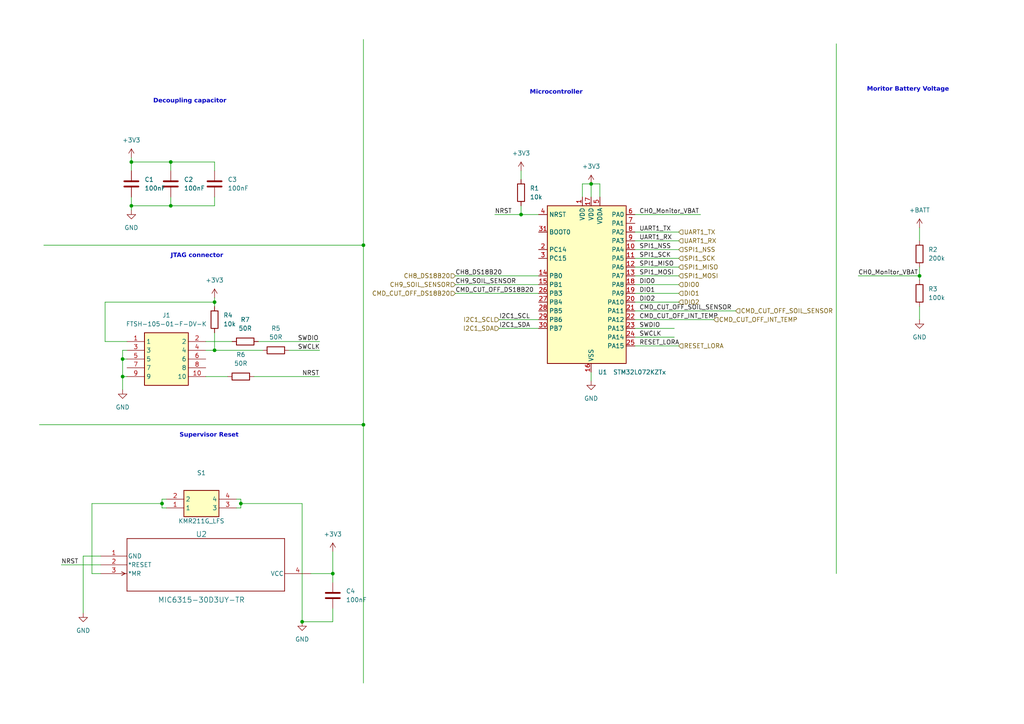
<source format=kicad_sch>
(kicad_sch (version 20230121) (generator eeschema)
  (paper "A4")
  (lib_symbols
    (symbol "2023-06-12_21-38-56:MIC6315-30D3UY-TR" (pin_names (offset 0.254))
      (property "Reference" "U" (at 30.48 10.16 0))
      (property "Value" "MIC6315-30D3UY-TR" (at 30.48 7.62 0))
      (symbol "MIC6315-30D3UY-TR_0_1"
        (polyline (pts (xy 7.0993 -5.08) (xy 6.0579 -5.6007)) (stroke (width 0.2032)))
        (polyline (pts (xy 7.0993 -5.08) (xy 6.0579 -4.5593)) (stroke (width 0.2032)))
        (polyline (pts (xy 7.62 -10.16) (xy 53.34 -10.16)) (stroke (width 0.2032)))
        (polyline (pts (xy 7.62 5.08) (xy 7.62 -10.16)) (stroke (width 0.2032)))
        (polyline (pts (xy 53.34 -10.16) (xy 53.34 5.08)) (stroke (width 0.2032)))
        (polyline (pts (xy 53.34 5.08) (xy 7.62 5.08)) (stroke (width 0.2032)))
        (pin power_in line (at 0 0 0) (length 7.62) (name "GND") (number "1"))
        (pin unspecified line (at 0 -2.54 0) (length 7.62) (name "*RESET") (number "2"))
        (pin input line (at 0 -5.08 0) (length 7.62) (name "*MR") (number "3"))
        (pin power_in line (at 60.96 -5.08 180) (length 7.62) (name "VCC") (number "4"))
      )
    )
    (symbol "Device:C" (pin_numbers hide) (pin_names (offset 0.254))
      (property "Reference" "C" (at 0.635 2.54 0))
      (property "Value" "C" (at 0.635 -2.54 0))
      (symbol "C_0_1"
        (polyline (pts (xy -2.032 -0.762) (xy 2.032 -0.762)) (stroke (width 0.508)))
        (polyline (pts (xy -2.032 0.762) (xy 2.032 0.762)) (stroke (width 0.508)))
      )
      (symbol "C_1_1"
        (pin passive line (at 0 3.81 270) (length 2.794) (name "~") (number "1"))
        (pin passive line (at 0 -3.81 90) (length 2.794) (name "~") (number "2"))
      )
    )
    (symbol "Device:R" (pin_numbers hide) (pin_names (offset 0))
      (property "Reference" "R" (at 2.032 0 90))
      (property "Value" "R" (at 0 0 90))
      (symbol "R_0_1"
        (rectangle (start -1.016 -2.54) (end 1.016 2.54) (stroke (width 0.254)))
      )
      (symbol "R_1_1"
        (pin passive line (at 0 3.81 270) (length 1.27) (name "~") (number "1"))
        (pin passive line (at 0 -3.81 90) (length 1.27) (name "~") (number "2"))
      )
    )
    (symbol "FTSH-105-01-F-DV-K:FTSH-105-01-F-DV-K"
      (property "Reference" "J" (at 19.05 7.62 0))
      (property "Value" "FTSH-105-01-F-DV-K" (at 19.05 5.08 0))
      (symbol "FTSH-105-01-F-DV-K_1_1"
        (rectangle (start 5.08 2.54) (end 17.78 -12.7) (stroke (width 0.254)) (fill (type background)))
        (pin passive line (at 0 0 0) (length 5.08) (name "1") (number "1"))
        (pin passive line (at 22.86 -10.16 180) (length 5.08) (name "10") (number "10"))
        (pin passive line (at 22.86 0 180) (length 5.08) (name "2") (number "2"))
        (pin passive line (at 0 -2.54 0) (length 5.08) (name "3") (number "3"))
        (pin passive line (at 22.86 -2.54 180) (length 5.08) (name "4") (number "4"))
        (pin passive line (at 0 -5.08 0) (length 5.08) (name "5") (number "5"))
        (pin passive line (at 22.86 -5.08 180) (length 5.08) (name "6") (number "6"))
        (pin passive line (at 0 -7.62 0) (length 5.08) (name "7") (number "7"))
        (pin passive line (at 22.86 -7.62 180) (length 5.08) (name "8") (number "8"))
        (pin passive line (at 0 -10.16 0) (length 5.08) (name "9") (number "9"))
      )
    )
    (symbol "KMR211G_LFS:KMR211G_LFS"
      (property "Reference" "S" (at 16.51 7.62 0))
      (property "Value" "KMR211G_LFS" (at 16.51 5.08 0))
      (symbol "KMR211G_LFS_1_1"
        (rectangle (start 5.08 2.54) (end 15.24 -5.08) (stroke (width 0.254)) (fill (type background)))
        (pin passive line (at 0 -2.54 0) (length 5.08) (name "1") (number "1"))
        (pin passive line (at 0 0 0) (length 5.08) (name "2") (number "2"))
        (pin passive line (at 20.32 -2.54 180) (length 5.08) (name "3") (number "3"))
        (pin passive line (at 20.32 0 180) (length 5.08) (name "4") (number "4"))
      )
    )
    (symbol "MCU_ST_STM32L0:STM32L072KZTx"
      (property "Reference" "U" (at -10.16 24.13 0))
      (property "Value" "STM32L072KZTx" (at 7.62 24.13 0))
      (symbol "STM32L072KZTx_0_1"
        (rectangle (start -10.16 -22.86) (end 12.7 22.86) (stroke (width 0.254)) (fill (type background)))
      )
      (symbol "STM32L072KZTx_1_1"
        (pin power_in line (at 0 25.4 270) (length 2.54) (name "VDD") (number "1"))
        (pin bidirectional line (at 15.24 10.16 180) (length 2.54) (name "PA4") (number "10"))
        (pin bidirectional line (at 15.24 7.62 180) (length 2.54) (name "PA5") (number "11"))
        (pin bidirectional line (at 15.24 5.08 180) (length 2.54) (name "PA6") (number "12"))
        (pin bidirectional line (at 15.24 2.54 180) (length 2.54) (name "PA7") (number "13"))
        (pin bidirectional line (at -12.7 2.54 0) (length 2.54) (name "PB0") (number "14"))
        (pin bidirectional line (at -12.7 0 0) (length 2.54) (name "PB1") (number "15"))
        (pin power_in line (at 2.54 -25.4 90) (length 2.54) (name "VSS") (number "16"))
        (pin power_in line (at 2.54 25.4 270) (length 2.54) (name "VDD") (number "17"))
        (pin bidirectional line (at 15.24 0 180) (length 2.54) (name "PA8") (number "18"))
        (pin bidirectional line (at 15.24 -2.54 180) (length 2.54) (name "PA9") (number "19"))
        (pin bidirectional line (at -12.7 10.16 0) (length 2.54) (name "PC14") (number "2"))
        (pin bidirectional line (at 15.24 -5.08 180) (length 2.54) (name "PA10") (number "20"))
        (pin bidirectional line (at 15.24 -7.62 180) (length 2.54) (name "PA11") (number "21"))
        (pin bidirectional line (at 15.24 -10.16 180) (length 2.54) (name "PA12") (number "22"))
        (pin bidirectional line (at 15.24 -12.7 180) (length 2.54) (name "PA13") (number "23"))
        (pin bidirectional line (at 15.24 -15.24 180) (length 2.54) (name "PA14") (number "24"))
        (pin bidirectional line (at 15.24 -17.78 180) (length 2.54) (name "PA15") (number "25"))
        (pin bidirectional line (at -12.7 -2.54 0) (length 2.54) (name "PB3") (number "26"))
        (pin bidirectional line (at -12.7 -5.08 0) (length 2.54) (name "PB4") (number "27"))
        (pin bidirectional line (at -12.7 -7.62 0) (length 2.54) (name "PB5") (number "28"))
        (pin bidirectional line (at -12.7 -10.16 0) (length 2.54) (name "PB6") (number "29"))
        (pin bidirectional line (at -12.7 7.62 0) (length 2.54) (name "PC15") (number "3"))
        (pin bidirectional line (at -12.7 -12.7 0) (length 2.54) (name "PB7") (number "30"))
        (pin input line (at -12.7 15.24 0) (length 2.54) (name "BOOT0") (number "31"))
        (pin passive line (at 2.54 -25.4 90) (length 2.54) hide (name "VSS") (number "32"))
        (pin input line (at -12.7 20.32 0) (length 2.54) (name "NRST") (number "4"))
        (pin power_in line (at 5.08 25.4 270) (length 2.54) (name "VDDA") (number "5"))
        (pin bidirectional line (at 15.24 20.32 180) (length 2.54) (name "PA0") (number "6"))
        (pin bidirectional line (at 15.24 17.78 180) (length 2.54) (name "PA1") (number "7"))
        (pin bidirectional line (at 15.24 15.24 180) (length 2.54) (name "PA2") (number "8"))
        (pin bidirectional line (at 15.24 12.7 180) (length 2.54) (name "PA3") (number "9"))
      )
    )
    (symbol "power:+3V3" (power) (pin_names (offset 0))
      (property "Value" "+3V3" (at 0 3.556 0))
      (symbol "+3V3_0_1"
        (polyline (pts (xy -0.762 1.27) (xy 0 2.54)))
        (polyline (pts (xy 0 0) (xy 0 2.54)))
        (polyline (pts (xy 0 2.54) (xy 0.762 1.27)))
      )
      (symbol "+3V3_1_1"
        (pin power_in line (at 0 0 90) (length 0) hide (name "+3V3") (number "1"))
      )
    )
    (symbol "power:+BATT" (power) (pin_names (offset 0))
      (property "Value" "+BATT" (at 0 3.556 0))
      (symbol "+BATT_0_1"
        (polyline (pts (xy -0.762 1.27) (xy 0 2.54)))
        (polyline (pts (xy 0 0) (xy 0 2.54)))
        (polyline (pts (xy 0 2.54) (xy 0.762 1.27)))
      )
      (symbol "+BATT_1_1"
        (pin power_in line (at 0 0 90) (length 0) hide (name "+BATT") (number "1"))
      )
    )
    (symbol "power:GND" (power) (pin_names (offset 0))
      (property "Value" "GND" (at 0 -3.81 0))
      (symbol "GND_0_1"
        (polyline (pts (xy 0 0) (xy 0 -1.27) (xy 1.27 -1.27) (xy 0 -2.54) (xy -1.27 -1.27) (xy 0 -1.27)))
      )
      (symbol "GND_1_1"
        (pin power_in line (at 0 0 270) (length 0) hide (name "GND") (number "1"))
      )
    )
  )
  (junction (at 49.53 46.99))
  (junction (at 171.45 53.34))
  (junction (at 69.85 146.05))
  (junction (at 35.56 109.22))
  (junction (at 266.7 80.01))
  (junction (at 105.41 71.12))
  (junction (at 38.1 59.69))
  (junction (at 151.13 62.23))
  (junction (at 62.23 87.63))
  (junction (at 38.1 46.99))
  (junction (at 62.23 101.6))
  (junction (at 35.56 104.14))
  (junction (at 46.99 146.05))
  (junction (at 49.53 59.69))
  (junction (at 96.52 166.37))
  (junction (at 87.63 180.34))
  (junction (at 105.41 123.19))
  (wire (pts (xy 62.23 46.99) (xy 49.53 46.99)))
  (wire (pts (xy 105.41 71.12) (xy 105.41 123.19)))
  (wire (pts (xy 168.91 53.34) (xy 168.91 57.15)))
  (wire (pts (xy 184.15 92.71) (xy 207.01 92.71)))
  (wire (pts (xy 69.85 146.05) (xy 69.85 144.78)))
  (wire (pts (xy 11.43 123.19) (xy 105.41 123.19)))
  (wire (pts (xy 29.21 161.29) (xy 24.13 161.29)))
  (wire (pts (xy 48.26 147.32) (xy 46.99 147.32)))
  (wire (pts (xy 132.08 85.09) (xy 156.21 85.09)))
  (wire (pts (xy 87.63 180.34) (xy 87.63 146.05)))
  (wire (pts (xy 184.15 80.01) (xy 196.85 80.01)))
  (wire (pts (xy 248.92 80.01) (xy 266.7 80.01)))
  (wire (pts (xy 184.15 97.79) (xy 195.58 97.79)))
  (wire (pts (xy 151.13 59.69) (xy 151.13 62.23)))
  (wire (pts (xy 184.15 87.63) (xy 196.85 87.63)))
  (wire (pts (xy 184.15 90.17) (xy 213.36 90.17)))
  (wire (pts (xy 62.23 59.69) (xy 49.53 59.69)))
  (wire (pts (xy 96.52 160.02) (xy 96.52 166.37)))
  (wire (pts (xy 184.15 72.39) (xy 196.85 72.39)))
  (wire (pts (xy 38.1 46.99) (xy 38.1 49.53)))
  (wire (pts (xy 69.85 146.05) (xy 87.63 146.05)))
  (wire (pts (xy 74.93 99.06) (xy 92.71 99.06)))
  (wire (pts (xy 151.13 62.23) (xy 156.21 62.23)))
  (wire (pts (xy 173.99 53.34) (xy 171.45 53.34)))
  (wire (pts (xy 49.53 59.69) (xy 38.1 59.69)))
  (wire (pts (xy 143.51 62.23) (xy 151.13 62.23)))
  (wire (pts (xy 62.23 101.6) (xy 76.2 101.6)))
  (wire (pts (xy 38.1 46.99) (xy 38.1 45.72)))
  (wire (pts (xy 184.15 100.33) (xy 196.85 100.33)))
  (wire (pts (xy 184.15 95.25) (xy 195.58 95.25)))
  (wire (pts (xy 62.23 96.52) (xy 62.23 101.6)))
  (wire (pts (xy 62.23 87.63) (xy 62.23 88.9)))
  (wire (pts (xy 62.23 49.53) (xy 62.23 46.99)))
  (wire (pts (xy 49.53 57.15) (xy 49.53 59.69)))
  (wire (pts (xy 59.69 99.06) (xy 67.31 99.06)))
  (wire (pts (xy 171.45 53.34) (xy 168.91 53.34)))
  (wire (pts (xy 266.7 88.9) (xy 266.7 92.71)))
  (wire (pts (xy 69.85 144.78) (xy 68.58 144.78)))
  (wire (pts (xy 266.7 77.47) (xy 266.7 80.01)))
  (wire (pts (xy 26.67 146.05) (xy 46.99 146.05)))
  (wire (pts (xy 171.45 107.95) (xy 171.45 110.49)))
  (wire (pts (xy 96.52 180.34) (xy 87.63 180.34)))
  (wire (pts (xy 38.1 59.69) (xy 38.1 60.96)))
  (wire (pts (xy 184.15 62.23) (xy 203.2 62.23)))
  (wire (pts (xy 17.78 163.83) (xy 29.21 163.83)))
  (wire (pts (xy 49.53 46.99) (xy 38.1 46.99)))
  (wire (pts (xy 184.15 69.85) (xy 196.85 69.85)))
  (wire (pts (xy 184.15 77.47) (xy 196.85 77.47)))
  (wire (pts (xy 266.7 80.01) (xy 266.7 81.28)))
  (wire (pts (xy 132.08 82.55) (xy 156.21 82.55)))
  (wire (pts (xy 62.23 101.6) (xy 59.69 101.6)))
  (wire (pts (xy 184.15 74.93) (xy 196.85 74.93)))
  (wire (pts (xy 30.48 99.06) (xy 30.48 87.63)))
  (wire (pts (xy 105.41 11.43) (xy 105.41 71.12)))
  (wire (pts (xy 68.58 147.32) (xy 69.85 147.32)))
  (wire (pts (xy 38.1 57.15) (xy 38.1 59.69)))
  (wire (pts (xy 62.23 57.15) (xy 62.23 59.69)))
  (wire (pts (xy 46.99 144.78) (xy 48.26 144.78)))
  (wire (pts (xy 35.56 113.03) (xy 35.56 109.22)))
  (wire (pts (xy 35.56 104.14) (xy 36.83 104.14)))
  (wire (pts (xy 46.99 147.32) (xy 46.99 146.05)))
  (wire (pts (xy 184.15 67.31) (xy 196.85 67.31)))
  (wire (pts (xy 242.57 12.7) (xy 242.57 166.37)))
  (wire (pts (xy 69.85 146.05) (xy 69.85 147.32)))
  (wire (pts (xy 96.52 166.37) (xy 96.52 168.91)))
  (wire (pts (xy 12.7 71.12) (xy 105.41 71.12)))
  (wire (pts (xy 151.13 49.53) (xy 151.13 52.07)))
  (wire (pts (xy 59.69 109.22) (xy 66.04 109.22)))
  (wire (pts (xy 24.13 161.29) (xy 24.13 177.8)))
  (wire (pts (xy 62.23 87.63) (xy 62.23 86.36)))
  (wire (pts (xy 171.45 53.34) (xy 171.45 57.15)))
  (wire (pts (xy 184.15 85.09) (xy 196.85 85.09)))
  (wire (pts (xy 96.52 176.53) (xy 96.52 180.34)))
  (wire (pts (xy 36.83 109.22) (xy 35.56 109.22)))
  (wire (pts (xy 29.21 166.37) (xy 26.67 166.37)))
  (wire (pts (xy 266.7 66.04) (xy 266.7 69.85)))
  (wire (pts (xy 83.82 101.6) (xy 92.71 101.6)))
  (wire (pts (xy 132.08 80.01) (xy 156.21 80.01)))
  (wire (pts (xy 35.56 104.14) (xy 35.56 109.22)))
  (wire (pts (xy 36.83 101.6) (xy 35.56 101.6)))
  (wire (pts (xy 144.78 92.71) (xy 156.21 92.71)))
  (wire (pts (xy 30.48 87.63) (xy 62.23 87.63)))
  (wire (pts (xy 144.78 95.25) (xy 156.21 95.25)))
  (wire (pts (xy 35.56 101.6) (xy 35.56 104.14)))
  (wire (pts (xy 49.53 46.99) (xy 49.53 49.53)))
  (wire (pts (xy 173.99 57.15) (xy 173.99 53.34)))
  (wire (pts (xy 36.83 99.06) (xy 30.48 99.06)))
  (wire (pts (xy 46.99 146.05) (xy 46.99 144.78)))
  (wire (pts (xy 105.41 123.19) (xy 105.41 198.12)))
  (wire (pts (xy 184.15 82.55) (xy 196.85 82.55)))
  (wire (pts (xy 73.66 109.22) (xy 92.71 109.22)))
  (wire (pts (xy 90.17 166.37) (xy 96.52 166.37)))
  (wire (pts (xy 26.67 146.05) (xy 26.67 166.37)))
  (text "Supervisor Reset\n\n" (at 52.07 129.54 0) (effects (font (size 1.27 1.27) (thickness 0.254) bold) (justify left bottom)))
  (text "JTAG connector\n\n" (at 49.53 77.47 0) (effects (font (size 1.27 1.27) (thickness 0.254) bold) (justify left bottom)))
  (text "Microcontroller \n" (at 153.67 27.94 0) (effects (font (size 1.27 1.27) (thickness 0.254) bold) (justify left bottom)))
  (text "Moritor Battery Voltage\n\n" (at 251.46 29.21 0) (effects (font (size 1.27 1.27) (thickness 0.254) bold) (justify left bottom)))
  (text "Decoupling capacitor\n" (at 44.45 30.48 0) (effects (font (size 1.27 1.27) (thickness 0.254) bold) (justify left bottom)))
  (label "SWDIO" (at 86.36 99.06 0))
  (label "SPI1_NSS" (at 185.42 72.39 0))
  (label "SPI1_SCK" (at 185.42 74.93 0))
  (label "NRST" (at 17.78 163.83 0))
  (label "CH0_Monitor_VBAT" (at 248.92 80.01 0))
  (label "NRST" (at 143.51 62.23 0))
  (label "SPI1_MISO" (at 185.42 77.47 0))
  (label "SWCLK" (at 86.36 101.6 0))
  (label "DIO0" (at 185.42 82.55 0))
  (label "SWDIO" (at 185.42 95.25 0))
  (label "SPI1_MOSI" (at 185.42 80.01 0))
  (label "DIO2" (at 185.42 87.63 0))
  (label "CH0_Monitor_VBAT" (at 185.42 62.23 0))
  (label "I2C1_SDA" (at 144.78 95.25 0))
  (label "I2C1_SCL" (at 144.78 92.71 0))
  (label "NRST" (at 87.63 109.22 0))
  (label "CMD_CUT_OFF_INT_TEMP" (at 185.42 92.71 0))
  (label "CMD_CUT_OFF_DS18B20" (at 132.08 85.09 0))
  (label "UART1_RX" (at 185.42 69.85 0))
  (label "CH8_DS18B20" (at 132.08 80.01 0))
  (label "CMD_CUT_OFF_SOIL_SENSOR" (at 185.42 90.17 0))
  (label "CH9_SOIL_SENSOR" (at 132.08 82.55 0))
  (label "RESET_LORA" (at 185.42 100.33 0))
  (label "SWCLK" (at 185.42 97.79 0))
  (label "DIO1" (at 185.42 85.09 0))
  (label "UART1_TX" (at 185.42 67.31 0))
  (hierarchical_label "CH9_SOIL_SENSOR" (shape input) (at 132.08 82.55 180))
  (hierarchical_label "CMD_CUT_OFF_INT_TEMP" (shape input) (at 207.01 92.71 0))
  (hierarchical_label "I2C1_SDA" (shape input) (at 144.78 95.25 180))
  (hierarchical_label "UART1_TX" (shape input) (at 196.85 67.31 0))
  (hierarchical_label "SPI1_SCK" (shape input) (at 196.85 74.93 0))
  (hierarchical_label "SPI1_MISO" (shape input) (at 196.85 77.47 0))
  (hierarchical_label "DIO1" (shape input) (at 196.85 85.09 0))
  (hierarchical_label "DIO2" (shape input) (at 196.85 87.63 0))
  (hierarchical_label "CH8_DS18B20" (shape input) (at 132.08 80.01 180))
  (hierarchical_label "SPI1_MOSI" (shape input) (at 196.85 80.01 0))
  (hierarchical_label "UART1_RX" (shape input) (at 196.85 69.85 0))
  (hierarchical_label "I2C1_SCL" (shape input) (at 144.78 92.71 180))
  (hierarchical_label "CMD_CUT_OFF_DS18B20" (shape input) (at 132.08 85.09 180))
  (hierarchical_label "DIO0" (shape input) (at 196.85 82.55 0))
  (hierarchical_label "SPI1_NSS" (shape input) (at 196.85 72.39 0))
  (hierarchical_label "RESET_LORA" (shape input) (at 196.85 100.33 0))
  (hierarchical_label "CMD_CUT_OFF_SOIL_SENSOR" (shape input) (at 213.36 90.17 0))
  (symbol (lib_id "Device:R") (at 151.13 55.88 0) (unit 1)
    (property "Reference" "R1" (at 153.67 54.61 0) (effects (justify left)))
    (property "Value" "10k" (at 153.67 57.15 0) (effects (justify left)))
    (property "Footprint" "Resistor_SMD:R_0603_1608Metric" (effects hide))
  )
  (symbol (lib_id "Device:R") (at 266.7 85.09 0) (unit 1)
    (property "Reference" "R3" (at 269.24 83.82 0) (effects (justify left)))
    (property "Value" "100k" (at 269.24 86.36 0) (effects (justify left)))
    (property "Footprint" "Resistor_SMD:R_0603_1608Metric" (effects hide))
    (property "Manufacturer" "TE Connectivity Passive Product" (effects hide))
    (property "Manufacturer Part Number " "CPF-A-0603B100KE1" (effects hide))
    (property "Supplier" "Digikey" (effects hide))
    (property "Supplier Part Number" "1712-CPF-A-0603B100KE1TR-ND" (effects hide))
    (property "Description" "RES SMD 100K OHM 0.1% 1/16W 0603" (effects hide))
  )
  (symbol (lib_id "power:GND") (at 171.45 110.49 0) (unit 1)
    (property "Reference" "#PWR01" (effects hide))
    (property "Value" "GND" (at 171.45 115.57 0))
  )
  (symbol (lib_id "Device:R") (at 71.12 99.06 270) (unit 1)
    (property "Reference" "R7" (at 71.12 92.71 90))
    (property "Value" "50R" (at 71.12 95.25 90))
    (property "Footprint" "Resistor_SMD:R_0603_1608Metric" (effects hide))
  )
  (symbol (lib_id "power:GND") (at 35.56 113.03 0) (unit 1)
    (property "Reference" "#PWR08" (effects hide))
    (property "Value" "GND" (at 35.56 118.11 0))
  )
  (symbol (lib_id "Device:R") (at 80.01 101.6 270) (unit 1)
    (property "Reference" "R5" (at 80.01 95.25 90))
    (property "Value" "50R" (at 80.01 97.79 90))
    (property "Footprint" "Resistor_SMD:R_0603_1608Metric" (effects hide))
  )
  (symbol (lib_id "Device:C") (at 62.23 53.34 0) (unit 1)
    (property "Reference" "C3" (at 66.04 52.07 0) (effects (justify left)))
    (property "Value" "100nF" (at 66.04 54.61 0) (effects (justify left)))
    (property "Footprint" "Capacitor_SMD:C_0603_1608Metric" (effects hide))
    (property "Manufacturer " "Kemet " (effects hide))
    (property "Manufacturer part number " "CC0603KRX7R7BB104" (effects hide))
    (property "Supplier " "Farnell" (effects hide))
    (property "Supplier part number " "432210" (effects hide))
  )
  (symbol (lib_id "power:+3V3") (at 151.13 49.53 0) (unit 1)
    (property "Reference" "#PWR05" (effects hide))
    (property "Value" "+3V3" (at 151.13 44.45 0))
  )
  (symbol (lib_id "power:+3V3") (at 62.23 86.36 0) (unit 1)
    (property "Reference" "#PWR09" (effects hide))
    (property "Value" "+3V3" (at 62.23 81.28 0))
  )
  (symbol (lib_id "power:+3V3") (at 171.45 53.34 0) (unit 1)
    (property "Reference" "#PWR04" (effects hide))
    (property "Value" "+3V3" (at 171.45 48.26 0))
  )
  (symbol (lib_id "power:+3V3") (at 96.52 160.02 0) (unit 1)
    (property "Reference" "#PWR012" (effects hide))
    (property "Value" "+3V3" (at 96.52 154.94 0))
  )
  (symbol (lib_id "power:+3V3") (at 38.1 45.72 0) (unit 1)
    (property "Reference" "#PWR03" (effects hide))
    (property "Value" "+3V3" (at 38.1 40.64 0))
  )
  (symbol (lib_id "power:GND") (at 24.13 177.8 0) (unit 1)
    (property "Reference" "#PWR010" (effects hide))
    (property "Value" "GND" (at 24.13 182.88 0))
  )
  (symbol (lib_id "FTSH-105-01-F-DV-K:FTSH-105-01-F-DV-K") (at 36.83 99.06 0) (unit 1)
    (property "Reference" "J1" (at 48.26 91.44 0))
    (property "Value" "FTSH-105-01-F-DV-K" (at 48.26 93.98 0))
    (property "Footprint" "FTSH10501FDVK" (effects hide))
    (property "Datasheet" "http://suddendocs.samtec.com/prints/ftsh-1xx-xx-xxx-dv-xxx-xxx-mkt.pdf" (effects hide))
    (property "Height" "6.25" (effects hide))
    (property "Manufacturer_Name" "SAMTEC" (effects hide))
    (property "Manufacturer_Part_Number" "FTSH-105-01-F-DV-K" (effects hide))
    (property "Mouser Part Number" "200-FTSH10501FDVK" (effects hide))
    (property "Mouser Price/Stock" "https://www.mouser.co.uk/ProductDetail/Samtec/FTSH-105-01-F-DV-K?qs=iT52DjcXudtFjikTq7rIdg%3D%3D" (effects hide))
    (property "Arrow Part Number" "FTSH-105-01-F-DV-K" (effects hide))
    (property "Arrow Price/Stock" "https://www.arrow.com/en/products/ftsh-105-01-f-dv-k/samtec?region=europe" (effects hide))
  )
  (symbol (lib_id "Device:C") (at 38.1 53.34 0) (unit 1)
    (property "Reference" "C1" (at 41.91 52.07 0) (effects (justify left)))
    (property "Value" "100nF" (at 41.91 54.61 0) (effects (justify left)))
    (property "Footprint" "Capacitor_SMD:C_0603_1608Metric" (effects hide))
    (property "Manufacturer " "Kemet " (effects hide))
    (property "Manufacturer part number " "CC0603KRX7R7BB104" (effects hide))
    (property "Supplier " "Farnell" (effects hide))
    (property "Supplier part number " "432210" (effects hide))
  )
  (symbol (lib_id "Device:R") (at 69.85 109.22 270) (unit 1)
    (property "Reference" "R6" (at 69.85 102.87 90))
    (property "Value" "50R" (at 69.85 105.41 90))
    (property "Footprint" "Resistor_SMD:R_0603_1608Metric" (effects hide))
  )
  (symbol (lib_id "power:GND") (at 266.7 92.71 0) (unit 1)
    (property "Reference" "#PWR06" (effects hide))
    (property "Value" "GND" (at 266.7 97.79 0))
  )
  (symbol (lib_id "Device:C") (at 49.53 53.34 0) (unit 1)
    (property "Reference" "C2" (at 53.34 52.07 0) (effects (justify left)))
    (property "Value" "100nF" (at 53.34 54.61 0) (effects (justify left)))
    (property "Footprint" "Capacitor_SMD:C_0603_1608Metric" (effects hide))
    (property "Manufacturer " "Kemet " (effects hide))
    (property "Manufacturer part number " "CC0603KRX7R7BB104" (effects hide))
    (property "Supplier " "Farnell" (effects hide))
    (property "Supplier part number " "432210" (effects hide))
  )
  (symbol (lib_id "Device:R") (at 266.7 73.66 0) (unit 1)
    (property "Reference" "R2" (at 269.24 72.39 0) (effects (justify left)))
    (property "Value" "200k" (at 269.24 74.93 0) (effects (justify left)))
    (property "Footprint" "Resistor_SMD:R_0603_1608Metric" (effects hide))
  )
  (symbol (lib_id "Device:C") (at 96.52 172.72 0) (unit 1)
    (property "Reference" "C4" (at 100.33 171.45 0) (effects (justify left)))
    (property "Value" "100nF" (at 100.33 173.99 0) (effects (justify left)))
    (property "Footprint" "Capacitor_SMD:C_0603_1608Metric" (effects hide))
    (property "Manufacturer " "Kemet " (effects hide))
    (property "Manufacturer part number " "CC0603KRX7R7BB104" (effects hide))
    (property "Supplier " "Farnell" (effects hide))
    (property "Supplier part number " "432210" (effects hide))
  )
  (symbol (lib_id "power:+BATT") (at 266.7 66.04 0) (unit 1)
    (property "Reference" "#PWR07" (effects hide))
    (property "Value" "+BATT" (at 266.7 60.96 0))
  )
  (symbol (lib_id "power:GND") (at 38.1 60.96 0) (unit 1)
    (property "Reference" "#PWR02" (effects hide))
    (property "Value" "GND" (at 38.1 66.04 0))
  )
  (symbol (lib_id "KMR211G_LFS:KMR211G_LFS") (at 48.26 144.78 0) (unit 1)
    (property "Reference" "S1" (at 58.42 137.16 0))
    (property "Value" "KMR211G_LFS" (at 58.42 151.13 0))
    (property "Footprint" "KMR_2" (effects hide))
    (property "Datasheet" "http://www.ckswitches.com/media/1479/kmr2.pdf" (effects hide))
    (property "Manufacturer_Name" "C & K COMPONENTS" (effects hide))
    (property "Manufacturer_Part_Number" "KMR211G LFS" (effects hide))
    (property "Mouser Part Number" "611-KMR211G-LFS" (effects hide))
    (property "Mouser Price/Stock" "https://www.mouser.com/Search/Refine.aspx?Keyword=611-KMR211G-LFS" (effects hide))
    (property "Arrow Part Number" "KMR211G LFS" (effects hide))
    (property "Arrow Price/Stock" "https://www.arrow.com/en/products/kmr211glfs/ck?region=europe" (effects hide))
  )
  (symbol (lib_id "Device:R") (at 62.23 92.71 0) (unit 1)
    (property "Reference" "R4" (at 64.77 91.44 0) (effects (justify left)))
    (property "Value" "10k" (at 64.77 93.98 0) (effects (justify left)))
    (property "Footprint" "Resistor_SMD:R_0603_1608Metric" (effects hide))
  )
  (symbol (lib_id "2023-06-12_21-38-56:MIC6315-30D3UY-TR") (at 29.21 161.29 0) (unit 1)
    (property "Reference" "U2" (at 58.42 154.94 0) (effects (font (size 1.524 1.524))))
    (property "Value" "MIC6315-30D3UY-TR" (at 58.42 173.99 0) (effects (font (size 1.524 1.524))))
    (property "Footprint" "SOT-143_M4_MCH" (effects hide))
    (property "Datasheet" "MIC6315-30D3UY-TR" (effects hide))
  )
  (symbol (lib_id "power:GND") (at 87.63 180.34 0) (unit 1)
    (property "Reference" "#PWR011" (effects hide))
    (property "Value" "GND" (at 87.63 185.42 0))
  )
  (symbol (lib_id "MCU_ST_STM32L0:STM32L072KZTx") (at 168.91 82.55 0) (unit 1)
    (property "Reference" "U1" (at 173.4059 107.95 0) (effects (justify left)))
    (property "Value" "STM32L072KZTx" (at 177.8 107.95 0) (effects (justify left)))
    (property "Footprint" "Package_QFP:LQFP-32_7x7mm_P0.8mm" (effects hide))
    (property "Datasheet" "https://www.st.com/resource/en/datasheet/stm32l072kz.pdf" (effects hide))
  )
)
</source>
